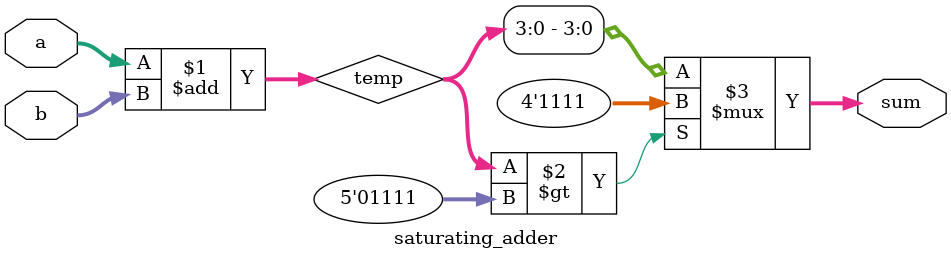
<source format=v>
`timescale 1ns / 1ps

module saturating_adder(a, b, sum);
  input  [3:0] a, b;
  output [3:0] sum;
  wire   [4:0] temp;

  assign temp = a + b;
  assign sum = (temp > 5'd15) ? 4'b1111 : temp[3:0];
endmodule


</source>
